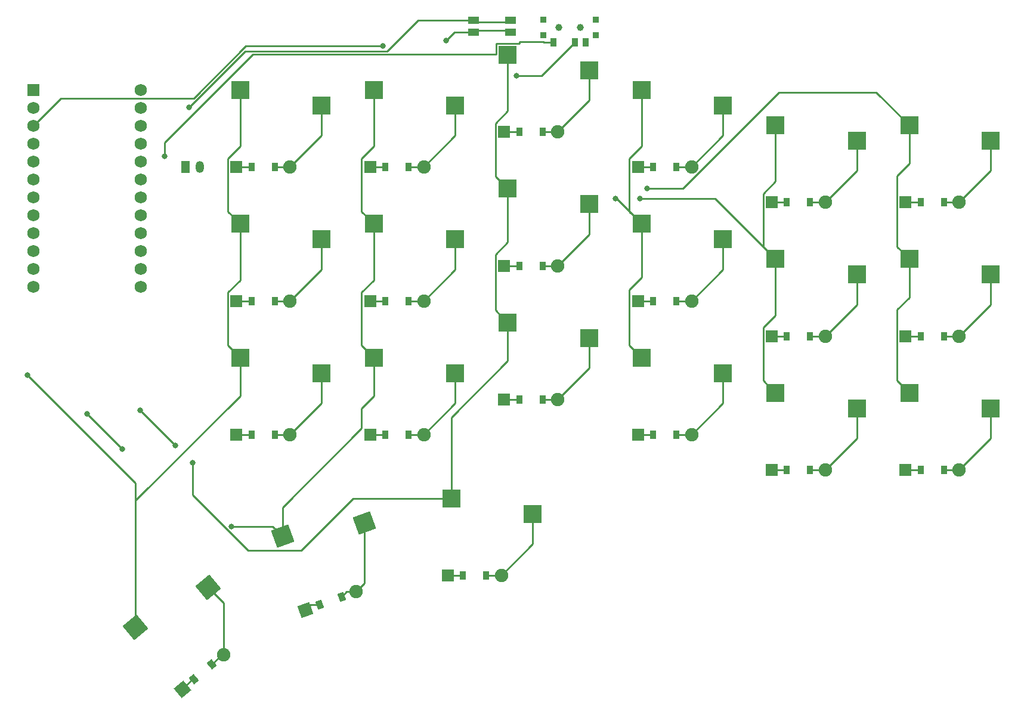
<source format=gbr>
%TF.GenerationSoftware,KiCad,Pcbnew,9.0.3*%
%TF.CreationDate,2025-09-27T17:44:53-06:00*%
%TF.ProjectId,right_connected,72696768-745f-4636-9f6e-6e6563746564,v1.0.0*%
%TF.SameCoordinates,Original*%
%TF.FileFunction,Copper,L2,Bot*%
%TF.FilePolarity,Positive*%
%FSLAX46Y46*%
G04 Gerber Fmt 4.6, Leading zero omitted, Abs format (unit mm)*
G04 Created by KiCad (PCBNEW 9.0.3) date 2025-09-27 17:44:53*
%MOMM*%
%LPD*%
G01*
G04 APERTURE LIST*
G04 Aperture macros list*
%AMRotRect*
0 Rectangle, with rotation*
0 The origin of the aperture is its center*
0 $1 length*
0 $2 width*
0 $3 Rotation angle, in degrees counterclockwise*
0 Add horizontal line*
21,1,$1,$2,0,0,$3*%
G04 Aperture macros list end*
%TA.AperFunction,SMDPad,CuDef*%
%ADD10R,0.900000X0.900000*%
%TD*%
%TA.AperFunction,WasherPad*%
%ADD11C,1.000000*%
%TD*%
%TA.AperFunction,SMDPad,CuDef*%
%ADD12R,0.900000X1.250000*%
%TD*%
%TA.AperFunction,SMDPad,CuDef*%
%ADD13R,2.600000X2.600000*%
%TD*%
%TA.AperFunction,ComponentPad*%
%ADD14R,1.778000X1.778000*%
%TD*%
%TA.AperFunction,SMDPad,CuDef*%
%ADD15R,0.900000X1.200000*%
%TD*%
%TA.AperFunction,ComponentPad*%
%ADD16C,1.905000*%
%TD*%
%TA.AperFunction,SMDPad,CuDef*%
%ADD17RotRect,2.600000X2.600000X20.000000*%
%TD*%
%TA.AperFunction,SMDPad,CuDef*%
%ADD18R,1.550000X1.000000*%
%TD*%
%TA.AperFunction,ComponentPad*%
%ADD19R,1.200000X1.700000*%
%TD*%
%TA.AperFunction,ComponentPad*%
%ADD20O,1.200000X1.700000*%
%TD*%
%TA.AperFunction,ComponentPad*%
%ADD21RotRect,1.778000X1.778000X20.000000*%
%TD*%
%TA.AperFunction,SMDPad,CuDef*%
%ADD22RotRect,0.900000X1.200000X20.000000*%
%TD*%
%TA.AperFunction,ComponentPad*%
%ADD23RotRect,1.778000X1.778000X40.000000*%
%TD*%
%TA.AperFunction,SMDPad,CuDef*%
%ADD24RotRect,0.900000X1.200000X40.000000*%
%TD*%
%TA.AperFunction,ComponentPad*%
%ADD25R,1.752600X1.752600*%
%TD*%
%TA.AperFunction,ComponentPad*%
%ADD26C,1.752600*%
%TD*%
%TA.AperFunction,SMDPad,CuDef*%
%ADD27RotRect,2.600000X2.600000X40.000000*%
%TD*%
%TA.AperFunction,ViaPad*%
%ADD28C,0.800000*%
%TD*%
%TA.AperFunction,Conductor*%
%ADD29C,0.250000*%
%TD*%
G04 APERTURE END LIST*
D10*
%TO.P,T1,*%
%TO.N,*%
X314800000Y-41100000D03*
X314800000Y-43300000D03*
D11*
X317000000Y-42200000D03*
X320000000Y-42200000D03*
D10*
X322200000Y-41100000D03*
X322200000Y-43300000D03*
D12*
%TO.P,T1,1*%
%TO.N,pos*%
X316250000Y-44275000D03*
%TO.P,T1,2*%
%TO.N,RAW*%
X319250000Y-44275000D03*
%TO.P,T1,3*%
%TO.N,N/C*%
X320750000Y-44275000D03*
%TD*%
D13*
%TO.P,S19,1*%
%TO.N,P7*%
X301725000Y-109050000D03*
%TO.P,S19,2*%
%TO.N,mirror_near_thumb*%
X313275000Y-111250000D03*
%TD*%
%TO.P,S18,1*%
%TO.N,P9*%
X271725000Y-51050000D03*
%TO.P,S18,2*%
%TO.N,mirror_inner_top*%
X283275000Y-53250000D03*
%TD*%
D14*
%TO.P,D14,1*%
%TO.N,P10*%
X290190000Y-81000000D03*
D15*
X292350000Y-81000000D03*
%TO.P,D14,2*%
%TO.N,mirror_index_home*%
X295650000Y-81000000D03*
D16*
X297810000Y-81000000D03*
%TD*%
D13*
%TO.P,S5,1*%
%TO.N,P5*%
X347725000Y-75050000D03*
%TO.P,S5,2*%
%TO.N,mirror_pinky_home*%
X359275000Y-77250000D03*
%TD*%
%TO.P,S4,1*%
%TO.N,P5*%
X347725000Y-94050000D03*
%TO.P,S4,2*%
%TO.N,mirror_pinky_bottom*%
X359275000Y-96250000D03*
%TD*%
%TO.P,S15,1*%
%TO.N,P8*%
X290725000Y-51050000D03*
%TO.P,S15,2*%
%TO.N,mirror_index_top*%
X302275000Y-53250000D03*
%TD*%
D14*
%TO.P,D1,1*%
%TO.N,P16*%
X366190000Y-105000000D03*
D15*
X368350000Y-105000000D03*
%TO.P,D1,2*%
%TO.N,mirror_outer_bottom*%
X371650000Y-105000000D03*
D16*
X373810000Y-105000000D03*
%TD*%
D14*
%TO.P,D9,1*%
%TO.N,P2*%
X328190000Y-62000000D03*
D15*
X330350000Y-62000000D03*
%TO.P,D9,2*%
%TO.N,mirror_ring_top*%
X333650000Y-62000000D03*
D16*
X335810000Y-62000000D03*
%TD*%
D17*
%TO.P,S20,1*%
%TO.N,P8*%
X277754400Y-114431606D03*
%TO.P,S20,2*%
%TO.N,mirror_home_thumb*%
X289360294Y-112548597D03*
%TD*%
D14*
%TO.P,D3,1*%
%TO.N,P2*%
X366190000Y-67000000D03*
D15*
X368350000Y-67000000D03*
%TO.P,D3,2*%
%TO.N,mirror_outer_top*%
X371650000Y-67000000D03*
D16*
X373810000Y-67000000D03*
%TD*%
D14*
%TO.P,D15,1*%
%TO.N,P2*%
X290190000Y-62000000D03*
D15*
X292350000Y-62000000D03*
%TO.P,D15,2*%
%TO.N,mirror_index_top*%
X295650000Y-62000000D03*
D16*
X297810000Y-62000000D03*
%TD*%
D14*
%TO.P,D6,1*%
%TO.N,P2*%
X347190000Y-67000000D03*
D15*
X349350000Y-67000000D03*
%TO.P,D6,2*%
%TO.N,mirror_pinky_top*%
X352650000Y-67000000D03*
D16*
X354810000Y-67000000D03*
%TD*%
D13*
%TO.P,S13,1*%
%TO.N,P8*%
X290725000Y-89050000D03*
%TO.P,S13,2*%
%TO.N,mirror_index_bottom*%
X302275000Y-91250000D03*
%TD*%
D14*
%TO.P,D7,1*%
%TO.N,P16*%
X328190000Y-100000000D03*
D15*
X330350000Y-100000000D03*
%TO.P,D7,2*%
%TO.N,mirror_ring_bottom*%
X333650000Y-100000000D03*
D16*
X335810000Y-100000000D03*
%TD*%
D14*
%TO.P,D17,1*%
%TO.N,P10*%
X271190000Y-81000000D03*
D15*
X273350000Y-81000000D03*
%TO.P,D17,2*%
%TO.N,mirror_inner_home*%
X276650000Y-81000000D03*
D16*
X278810000Y-81000000D03*
%TD*%
D13*
%TO.P,S10,1*%
%TO.N,P7*%
X309725000Y-84050000D03*
%TO.P,S10,2*%
%TO.N,mirror_middle_bottom*%
X321275000Y-86250000D03*
%TD*%
D18*
%TO.P,B1,1*%
%TO.N,GND*%
X304875000Y-41150000D03*
X310125000Y-41150000D03*
%TO.P,B1,2*%
%TO.N,RST*%
X304875000Y-42850000D03*
X310125000Y-42850000D03*
%TD*%
D14*
%TO.P,D11,1*%
%TO.N,P10*%
X309190000Y-76000000D03*
D15*
X311350000Y-76000000D03*
%TO.P,D11,2*%
%TO.N,mirror_middle_home*%
X314650000Y-76000000D03*
D16*
X316810000Y-76000000D03*
%TD*%
D14*
%TO.P,D18,1*%
%TO.N,P2*%
X271190000Y-62000000D03*
D15*
X273350000Y-62000000D03*
%TO.P,D18,2*%
%TO.N,mirror_inner_top*%
X276650000Y-62000000D03*
D16*
X278810000Y-62000000D03*
%TD*%
D19*
%TO.P,JST1,1*%
%TO.N,pos*%
X264000000Y-62000000D03*
D20*
%TO.P,JST1,2*%
%TO.N,GND*%
X266000000Y-62000000D03*
%TD*%
D14*
%TO.P,D2,1*%
%TO.N,P10*%
X366190000Y-86000000D03*
D15*
X368350000Y-86000000D03*
%TO.P,D2,2*%
%TO.N,mirror_outer_home*%
X371650000Y-86000000D03*
D16*
X373810000Y-86000000D03*
%TD*%
D13*
%TO.P,S3,1*%
%TO.N,P4*%
X366725000Y-56050000D03*
%TO.P,S3,2*%
%TO.N,mirror_outer_top*%
X378275000Y-58250000D03*
%TD*%
D21*
%TO.P,D20,1*%
%TO.N,P3*%
X280996784Y-124904221D03*
D22*
X283026520Y-124165457D03*
%TO.P,D20,2*%
%TO.N,mirror_home_thumb*%
X286127506Y-123036791D03*
D16*
X288157242Y-122298027D03*
%TD*%
D14*
%TO.P,D4,1*%
%TO.N,P16*%
X347190000Y-105000000D03*
D15*
X349350000Y-105000000D03*
%TO.P,D4,2*%
%TO.N,mirror_pinky_bottom*%
X352650000Y-105000000D03*
D16*
X354810000Y-105000000D03*
%TD*%
D13*
%TO.P,S7,1*%
%TO.N,P6*%
X328725000Y-89050000D03*
%TO.P,S7,2*%
%TO.N,mirror_ring_bottom*%
X340275000Y-91250000D03*
%TD*%
D14*
%TO.P,D5,1*%
%TO.N,P10*%
X347190000Y-86000000D03*
D15*
X349350000Y-86000000D03*
%TO.P,D5,2*%
%TO.N,mirror_pinky_home*%
X352650000Y-86000000D03*
D16*
X354810000Y-86000000D03*
%TD*%
D13*
%TO.P,S6,1*%
%TO.N,P5*%
X347725000Y-56050000D03*
%TO.P,S6,2*%
%TO.N,mirror_pinky_top*%
X359275000Y-58250000D03*
%TD*%
D14*
%TO.P,D8,1*%
%TO.N,P10*%
X328190000Y-81000000D03*
D15*
X330350000Y-81000000D03*
%TO.P,D8,2*%
%TO.N,mirror_ring_home*%
X333650000Y-81000000D03*
D16*
X335810000Y-81000000D03*
%TD*%
D23*
%TO.P,D21,1*%
%TO.N,P3*%
X263525063Y-136118399D03*
D24*
X265179719Y-134729978D03*
%TO.P,D21,2*%
%TO.N,mirror_far_thumb*%
X267707665Y-132608778D03*
D16*
X269362321Y-131220357D03*
%TD*%
D14*
%TO.P,D10,1*%
%TO.N,P16*%
X309190000Y-95000000D03*
D15*
X311350000Y-95000000D03*
%TO.P,D10,2*%
%TO.N,mirror_middle_bottom*%
X314650000Y-95000000D03*
D16*
X316810000Y-95000000D03*
%TD*%
D25*
%TO.P,MCU1,1*%
%TO.N,RAW*%
X242380000Y-51030000D03*
D26*
%TO.P,MCU1,2*%
%TO.N,GND*%
X242380000Y-53570000D03*
%TO.P,MCU1,3*%
%TO.N,RST*%
X242380000Y-56110000D03*
%TO.P,MCU1,4*%
%TO.N,VCC*%
X242380000Y-58650000D03*
%TO.P,MCU1,5*%
%TO.N,P21*%
X242380000Y-61190000D03*
%TO.P,MCU1,6*%
%TO.N,P20*%
X242380000Y-63730000D03*
%TO.P,MCU1,7*%
%TO.N,P19*%
X242380000Y-66270000D03*
%TO.P,MCU1,8*%
%TO.N,P18*%
X242380000Y-68810000D03*
%TO.P,MCU1,9*%
%TO.N,P15*%
X242380000Y-71350000D03*
%TO.P,MCU1,10*%
%TO.N,P14*%
X242380000Y-73890000D03*
%TO.P,MCU1,11*%
%TO.N,P16*%
X242380000Y-76430000D03*
%TO.P,MCU1,12*%
%TO.N,P10*%
X242380000Y-78970000D03*
%TO.P,MCU1,13*%
%TO.N,P1*%
X257620000Y-51030000D03*
%TO.P,MCU1,14*%
%TO.N,P0*%
X257620000Y-53570000D03*
%TO.P,MCU1,15*%
%TO.N,GND*%
X257620000Y-56110000D03*
%TO.P,MCU1,16*%
X257620000Y-58650000D03*
%TO.P,MCU1,17*%
%TO.N,P2*%
X257620000Y-61190000D03*
%TO.P,MCU1,18*%
%TO.N,P3*%
X257620000Y-63730000D03*
%TO.P,MCU1,19*%
%TO.N,P4*%
X257620000Y-66270000D03*
%TO.P,MCU1,20*%
%TO.N,P5*%
X257620000Y-68810000D03*
%TO.P,MCU1,21*%
%TO.N,P6*%
X257620000Y-71350000D03*
%TO.P,MCU1,22*%
%TO.N,P7*%
X257620000Y-73890000D03*
%TO.P,MCU1,23*%
%TO.N,P8*%
X257620000Y-76430000D03*
%TO.P,MCU1,24*%
%TO.N,P9*%
X257620000Y-78970000D03*
%TD*%
D13*
%TO.P,S2,1*%
%TO.N,P4*%
X366725000Y-75050000D03*
%TO.P,S2,2*%
%TO.N,mirror_outer_home*%
X378275000Y-77250000D03*
%TD*%
%TO.P,S14,1*%
%TO.N,P8*%
X290725000Y-70050000D03*
%TO.P,S14,2*%
%TO.N,mirror_index_home*%
X302275000Y-72250000D03*
%TD*%
%TO.P,S1,1*%
%TO.N,P4*%
X366725000Y-94050000D03*
%TO.P,S1,2*%
%TO.N,mirror_outer_bottom*%
X378275000Y-96250000D03*
%TD*%
%TO.P,S12,1*%
%TO.N,P7*%
X309725000Y-46050000D03*
%TO.P,S12,2*%
%TO.N,mirror_middle_top*%
X321275000Y-48250000D03*
%TD*%
%TO.P,S9,1*%
%TO.N,P6*%
X328725000Y-51050000D03*
%TO.P,S9,2*%
%TO.N,mirror_ring_top*%
X340275000Y-53250000D03*
%TD*%
%TO.P,S17,1*%
%TO.N,P9*%
X271725000Y-70050000D03*
%TO.P,S17,2*%
%TO.N,mirror_inner_home*%
X283275000Y-72250000D03*
%TD*%
D27*
%TO.P,S21,1*%
%TO.N,P9*%
X256896372Y-127386321D03*
%TO.P,S21,2*%
%TO.N,mirror_far_thumb*%
X267158318Y-121647422D03*
%TD*%
D14*
%TO.P,D16,1*%
%TO.N,P16*%
X271190000Y-100000000D03*
D15*
X273350000Y-100000000D03*
%TO.P,D16,2*%
%TO.N,mirror_inner_bottom*%
X276650000Y-100000000D03*
D16*
X278810000Y-100000000D03*
%TD*%
D14*
%TO.P,D12,1*%
%TO.N,P2*%
X309190000Y-57000000D03*
D15*
X311350000Y-57000000D03*
%TO.P,D12,2*%
%TO.N,mirror_middle_top*%
X314650000Y-57000000D03*
D16*
X316810000Y-57000000D03*
%TD*%
D14*
%TO.P,D19,1*%
%TO.N,P3*%
X301190000Y-120000000D03*
D15*
X303350000Y-120000000D03*
%TO.P,D19,2*%
%TO.N,mirror_near_thumb*%
X306650000Y-120000000D03*
D16*
X308810000Y-120000000D03*
%TD*%
D13*
%TO.P,S16,1*%
%TO.N,P9*%
X271725000Y-89050000D03*
%TO.P,S16,2*%
%TO.N,mirror_inner_bottom*%
X283275000Y-91250000D03*
%TD*%
%TO.P,S8,1*%
%TO.N,P6*%
X328725000Y-70050000D03*
%TO.P,S8,2*%
%TO.N,mirror_ring_home*%
X340275000Y-72250000D03*
%TD*%
D14*
%TO.P,D13,1*%
%TO.N,P16*%
X290190000Y-100000000D03*
D15*
X292350000Y-100000000D03*
%TO.P,D13,2*%
%TO.N,mirror_index_bottom*%
X295650000Y-100000000D03*
D16*
X297810000Y-100000000D03*
%TD*%
D13*
%TO.P,S11,1*%
%TO.N,P7*%
X309725000Y-65050000D03*
%TO.P,S11,2*%
%TO.N,mirror_middle_home*%
X321275000Y-67250000D03*
%TD*%
D28*
%TO.N,P4*%
X329500000Y-65000000D03*
%TO.N,P5*%
X328500000Y-66500000D03*
%TO.N,P6*%
X325000000Y-66500000D03*
%TO.N,P7*%
X265000000Y-104000000D03*
X257500000Y-96500000D03*
X262500000Y-101500000D03*
%TO.N,P8*%
X250000000Y-97000000D03*
X270500000Y-113000000D03*
X255000000Y-102000000D03*
%TO.N,P9*%
X241500000Y-91500000D03*
%TO.N,RAW*%
X311000000Y-49000000D03*
%TO.N,GND*%
X264500000Y-53500000D03*
%TO.N,RST*%
X292000000Y-44824000D03*
X301000000Y-44000000D03*
%TO.N,pos*%
X261000000Y-60500000D03*
%TD*%
D29*
%TO.N,P4*%
X364975000Y-73300000D02*
X366725000Y-75050000D01*
X364975000Y-82260099D02*
X364975000Y-92300000D01*
X366725000Y-75050000D02*
X366725000Y-80510099D01*
X366725000Y-56050000D02*
X366725000Y-61510099D01*
X364975000Y-63260099D02*
X364975000Y-73300000D01*
X366725000Y-56050000D02*
X362049000Y-51374000D01*
X362049000Y-51374000D02*
X348244073Y-51374000D01*
X366725000Y-61510099D02*
X364975000Y-63260099D01*
X348244073Y-51374000D02*
X334618073Y-65000000D01*
X366725000Y-80510099D02*
X364975000Y-82260099D01*
X334618073Y-65000000D02*
X329500000Y-65000000D01*
X364975000Y-92300000D02*
X366725000Y-94050000D01*
%TO.N,mirror_outer_bottom*%
X378275000Y-96250000D02*
X378275000Y-100535000D01*
X378275000Y-100535000D02*
X373810000Y-105000000D01*
X371650000Y-105000000D02*
X373810000Y-105000000D01*
%TO.N,mirror_outer_home*%
X373810000Y-86000000D02*
X371650000Y-86000000D01*
X378275000Y-77250000D02*
X378275000Y-81535000D01*
X378275000Y-81535000D02*
X373810000Y-86000000D01*
%TO.N,mirror_outer_top*%
X371650000Y-67000000D02*
X373810000Y-67000000D01*
X378275000Y-62535000D02*
X373810000Y-67000000D01*
X378275000Y-58250000D02*
X378275000Y-62535000D01*
%TO.N,P5*%
X339175000Y-66500000D02*
X328500000Y-66500000D01*
X347725000Y-75050000D02*
X347725000Y-83035000D01*
X347725000Y-83035000D02*
X345975000Y-84785000D01*
X347725000Y-75050000D02*
X339175000Y-66500000D01*
X345975000Y-92300000D02*
X347725000Y-94050000D01*
X347725000Y-64035000D02*
X345975000Y-65785000D01*
X345975000Y-84785000D02*
X345975000Y-92300000D01*
X345975000Y-73300000D02*
X347725000Y-75050000D01*
X347725000Y-56050000D02*
X347725000Y-64035000D01*
X345975000Y-65785000D02*
X345975000Y-73300000D01*
%TO.N,mirror_pinky_bottom*%
X359275000Y-96250000D02*
X359275000Y-100535000D01*
X359275000Y-100535000D02*
X354810000Y-105000000D01*
X354810000Y-105000000D02*
X352650000Y-105000000D01*
%TO.N,mirror_pinky_home*%
X359275000Y-81535000D02*
X354810000Y-86000000D01*
X354810000Y-86000000D02*
X352650000Y-86000000D01*
X359275000Y-77250000D02*
X359275000Y-81535000D01*
%TO.N,mirror_pinky_top*%
X359275000Y-58250000D02*
X359275000Y-62535000D01*
X352650000Y-67000000D02*
X354810000Y-67000000D01*
X359275000Y-62535000D02*
X354810000Y-67000000D01*
%TO.N,P6*%
X328725000Y-70050000D02*
X325175000Y-66500000D01*
X328725000Y-59035000D02*
X326975000Y-60785000D01*
X328725000Y-77673000D02*
X326975000Y-79423000D01*
X326975000Y-87300000D02*
X328725000Y-89050000D01*
X325175000Y-66500000D02*
X325000000Y-66500000D01*
X326975000Y-79423000D02*
X326975000Y-87300000D01*
X328725000Y-51050000D02*
X328725000Y-59035000D01*
X328725000Y-70050000D02*
X328725000Y-77673000D01*
X326975000Y-68300000D02*
X328725000Y-70050000D01*
X326975000Y-60785000D02*
X326975000Y-68300000D01*
%TO.N,mirror_ring_bottom*%
X333650000Y-100000000D02*
X335810000Y-100000000D01*
X340275000Y-91250000D02*
X340275000Y-95535000D01*
X340275000Y-95535000D02*
X335810000Y-100000000D01*
%TO.N,mirror_ring_home*%
X340275000Y-76535000D02*
X335810000Y-81000000D01*
X335810000Y-81000000D02*
X333650000Y-81000000D01*
X340275000Y-72250000D02*
X340275000Y-76535000D01*
%TO.N,mirror_ring_top*%
X340275000Y-53250000D02*
X340275000Y-57535000D01*
X340275000Y-57535000D02*
X335810000Y-62000000D01*
X333650000Y-62000000D02*
X335810000Y-62000000D01*
%TO.N,P7*%
X309725000Y-65050000D02*
X309725000Y-72673000D01*
X262500000Y-101500000D02*
X257500000Y-96500000D01*
X287746448Y-109050000D02*
X280372615Y-116423833D01*
X301725000Y-109050000D02*
X287746448Y-109050000D01*
X272897113Y-116423833D02*
X265000000Y-108526720D01*
X309725000Y-46050000D02*
X309725000Y-54035000D01*
X301725000Y-97510099D02*
X309725000Y-89510099D01*
X301725000Y-109050000D02*
X301725000Y-97510099D01*
X309725000Y-72673000D02*
X307975000Y-74423000D01*
X309725000Y-54035000D02*
X307975000Y-55785000D01*
X265000000Y-108526720D02*
X265000000Y-104000000D01*
X307975000Y-63300000D02*
X309725000Y-65050000D01*
X280372615Y-116423833D02*
X272897113Y-116423833D01*
X307975000Y-55785000D02*
X307975000Y-63300000D01*
X309725000Y-89510099D02*
X309725000Y-84050000D01*
X307975000Y-82300000D02*
X309725000Y-84050000D01*
X307975000Y-74423000D02*
X307975000Y-82300000D01*
%TO.N,mirror_middle_bottom*%
X321275000Y-90535000D02*
X316810000Y-95000000D01*
X316810000Y-95000000D02*
X314650000Y-95000000D01*
X321275000Y-86250000D02*
X321275000Y-90535000D01*
%TO.N,mirror_middle_home*%
X321275000Y-71535000D02*
X316810000Y-76000000D01*
X321275000Y-67250000D02*
X321275000Y-71535000D01*
X316810000Y-76000000D02*
X314650000Y-76000000D01*
%TO.N,mirror_middle_top*%
X321275000Y-52535000D02*
X316810000Y-57000000D01*
X321275000Y-48250000D02*
X321275000Y-52535000D01*
X314650000Y-57000000D02*
X316810000Y-57000000D01*
%TO.N,P8*%
X290725000Y-78035000D02*
X288975000Y-79785000D01*
X277754400Y-114431606D02*
X276322794Y-113000000D01*
X288975000Y-96260099D02*
X290725000Y-94510099D01*
X288975000Y-79785000D02*
X288975000Y-87300000D01*
X290725000Y-94510099D02*
X290725000Y-89050000D01*
X288975000Y-87300000D02*
X290725000Y-89050000D01*
X288975000Y-60785000D02*
X288975000Y-68300000D01*
X288975000Y-68300000D02*
X290725000Y-70050000D01*
X288975000Y-99095882D02*
X288975000Y-96260099D01*
X277754400Y-114431606D02*
X277754400Y-110316482D01*
X290725000Y-51050000D02*
X290725000Y-59035000D01*
X277754400Y-110316482D02*
X288975000Y-99095882D01*
X276322794Y-113000000D02*
X270500000Y-113000000D01*
X290725000Y-70050000D02*
X290725000Y-78035000D01*
X255000000Y-102000000D02*
X250000000Y-97000000D01*
X290725000Y-59035000D02*
X288975000Y-60785000D01*
%TO.N,mirror_index_bottom*%
X302275000Y-91250000D02*
X302275000Y-95535000D01*
X302275000Y-95535000D02*
X297810000Y-100000000D01*
X295650000Y-100000000D02*
X297810000Y-100000000D01*
%TO.N,mirror_index_home*%
X302275000Y-76535000D02*
X297810000Y-81000000D01*
X297810000Y-81000000D02*
X295650000Y-81000000D01*
X302275000Y-72250000D02*
X302275000Y-76535000D01*
%TO.N,mirror_index_top*%
X295650000Y-62000000D02*
X297810000Y-62000000D01*
X302275000Y-53250000D02*
X302275000Y-57535000D01*
X302275000Y-57535000D02*
X297810000Y-62000000D01*
%TO.N,P9*%
X271725000Y-51050000D02*
X271725000Y-59035000D01*
X256896372Y-127386321D02*
X256896372Y-106896372D01*
X271725000Y-70050000D02*
X271725000Y-78035000D01*
X269975000Y-79785000D02*
X269975000Y-87300000D01*
X271725000Y-94510099D02*
X271725000Y-89050000D01*
X269975000Y-60785000D02*
X269975000Y-68300000D01*
X271725000Y-78035000D02*
X269975000Y-79785000D01*
X269975000Y-68300000D02*
X271725000Y-70050000D01*
X269975000Y-87300000D02*
X271725000Y-89050000D01*
X256896372Y-127386321D02*
X256896372Y-109338727D01*
X271725000Y-59035000D02*
X269975000Y-60785000D01*
X256896372Y-109338727D02*
X271725000Y-94510099D01*
X256896372Y-106896372D02*
X241500000Y-91500000D01*
%TO.N,mirror_inner_bottom*%
X283275000Y-91250000D02*
X283275000Y-95535000D01*
X276650000Y-100000000D02*
X278810000Y-100000000D01*
X283275000Y-95535000D02*
X278810000Y-100000000D01*
%TO.N,mirror_inner_home*%
X283275000Y-76535000D02*
X278810000Y-81000000D01*
X276650000Y-81000000D02*
X278810000Y-81000000D01*
X283275000Y-72250000D02*
X283275000Y-76535000D01*
%TO.N,mirror_inner_top*%
X283275000Y-53250000D02*
X283275000Y-57535000D01*
X278810000Y-62000000D02*
X276650000Y-62000000D01*
X283275000Y-57535000D02*
X278810000Y-62000000D01*
%TO.N,mirror_near_thumb*%
X313275000Y-111250000D02*
X313275000Y-115535000D01*
X313275000Y-115535000D02*
X308810000Y-120000000D01*
X308810000Y-120000000D02*
X306650000Y-120000000D01*
%TO.N,mirror_home_thumb*%
X286866270Y-122298027D02*
X286127506Y-123036791D01*
X289360294Y-112548597D02*
X289360294Y-121094975D01*
X289360294Y-121094975D02*
X288157242Y-122298027D01*
X288157242Y-122298027D02*
X286866270Y-122298027D01*
%TO.N,mirror_far_thumb*%
X269362321Y-123851425D02*
X269362321Y-131220357D01*
X269096086Y-131220357D02*
X267707665Y-132608778D01*
X267158318Y-121647422D02*
X269362321Y-123851425D01*
X269362321Y-131220357D02*
X269096086Y-131220357D01*
%TO.N,P16*%
X366190000Y-105000000D02*
X368350000Y-105000000D01*
X330350000Y-100000000D02*
X328190000Y-100000000D01*
X290190000Y-100000000D02*
X292350000Y-100000000D01*
X349350000Y-105000000D02*
X347190000Y-105000000D01*
X273350000Y-100000000D02*
X271190000Y-100000000D01*
X311350000Y-95000000D02*
X309190000Y-95000000D01*
%TO.N,P10*%
X368350000Y-86000000D02*
X366190000Y-86000000D01*
X330350000Y-81000000D02*
X328190000Y-81000000D01*
X271190000Y-81000000D02*
X273350000Y-81000000D01*
X349350000Y-86000000D02*
X347190000Y-86000000D01*
X292350000Y-81000000D02*
X290190000Y-81000000D01*
X311350000Y-76000000D02*
X309190000Y-76000000D01*
%TO.N,P2*%
X290190000Y-62000000D02*
X292350000Y-62000000D01*
X328190000Y-62000000D02*
X330350000Y-62000000D01*
X347190000Y-67000000D02*
X349350000Y-67000000D01*
X309190000Y-57000000D02*
X311350000Y-57000000D01*
X273350000Y-62000000D02*
X271190000Y-62000000D01*
X366190000Y-67000000D02*
X368350000Y-67000000D01*
%TO.N,P3*%
X264913484Y-134729978D02*
X263525063Y-136118399D01*
X303350000Y-120000000D02*
X301190000Y-120000000D01*
X265179719Y-134729978D02*
X264913484Y-134729978D01*
X281735548Y-124165457D02*
X280996784Y-124904221D01*
X283026520Y-124165457D02*
X281735548Y-124165457D01*
%TO.N,RAW*%
X319250000Y-44275000D02*
X314525000Y-49000000D01*
X314525000Y-49000000D02*
X311000000Y-49000000D01*
%TO.N,GND*%
X304875000Y-41150000D02*
X296948360Y-41150000D01*
X305101000Y-41376000D02*
X304875000Y-41150000D01*
X296948360Y-41150000D02*
X292549360Y-45549000D01*
X272451000Y-45549000D02*
X264500000Y-53500000D01*
X310125000Y-41150000D02*
X309899000Y-41376000D01*
X309899000Y-41376000D02*
X305101000Y-41376000D01*
X292549360Y-45549000D02*
X272451000Y-45549000D01*
%TO.N,RST*%
X302150000Y-42850000D02*
X304875000Y-42850000D01*
X301000000Y-44000000D02*
X302150000Y-42850000D01*
X309899000Y-42624000D02*
X305101000Y-42624000D01*
X272538190Y-44824000D02*
X292000000Y-44824000D01*
X242380000Y-56110000D02*
X246257700Y-52232300D01*
X246257700Y-52232300D02*
X265129890Y-52232300D01*
X265129890Y-52232300D02*
X272538190Y-44824000D01*
X305101000Y-42624000D02*
X304875000Y-42850000D01*
X310125000Y-42850000D02*
X309899000Y-42624000D01*
%TO.N,pos*%
X273523000Y-46000000D02*
X308099000Y-46000000D01*
X314876000Y-44275000D02*
X316250000Y-44275000D01*
X261000000Y-60500000D02*
X261000000Y-58523000D01*
X311351000Y-44174000D02*
X314775000Y-44174000D01*
X261000000Y-58523000D02*
X273523000Y-46000000D01*
X311351000Y-44424000D02*
X311351000Y-44174000D01*
X308099000Y-44424000D02*
X311351000Y-44424000D01*
X308099000Y-46000000D02*
X308099000Y-44424000D01*
X314775000Y-44174000D02*
X314876000Y-44275000D01*
%TD*%
M02*

</source>
